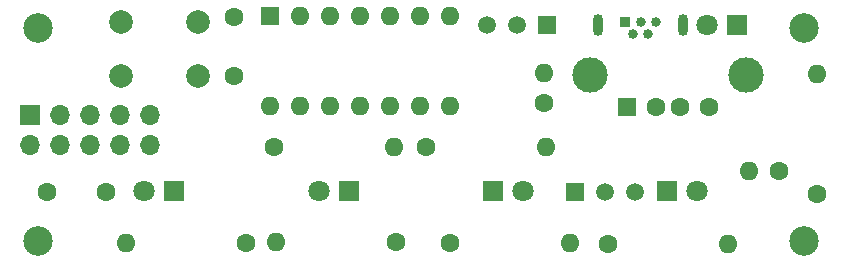
<source format=gbr>
%TF.GenerationSoftware,KiCad,Pcbnew,(6.0.1)*%
%TF.CreationDate,2023-12-09T23:38:51-08:00*%
%TF.ProjectId,BonkDaddyBoard,426f6e6b-4461-4646-9479-426f6172642e,1.2*%
%TF.SameCoordinates,Original*%
%TF.FileFunction,Soldermask,Bot*%
%TF.FilePolarity,Negative*%
%FSLAX46Y46*%
G04 Gerber Fmt 4.6, Leading zero omitted, Abs format (unit mm)*
G04 Created by KiCad (PCBNEW (6.0.1)) date 2023-12-09 23:38:51*
%MOMM*%
%LPD*%
G01*
G04 APERTURE LIST*
%ADD10R,0.840000X0.840000*%
%ADD11C,0.840000*%
%ADD12O,0.850000X1.850000*%
%ADD13C,2.500000*%
%ADD14C,2.000000*%
%ADD15R,1.800000X1.800000*%
%ADD16C,1.800000*%
%ADD17R,1.600000X1.500000*%
%ADD18C,1.600000*%
%ADD19C,3.000000*%
%ADD20R,1.700000X1.700000*%
%ADD21O,1.700000X1.700000*%
%ADD22O,1.600000X1.600000*%
%ADD23R,1.500000X1.500000*%
%ADD24C,1.500000*%
%ADD25R,1.600000X1.600000*%
G04 APERTURE END LIST*
D10*
%TO.C,J2*%
X102700000Y-52500000D03*
D11*
X103350000Y-53500000D03*
X104000000Y-52500000D03*
X104650000Y-53500000D03*
X105300000Y-52500000D03*
D12*
X100425000Y-52720000D03*
X107575000Y-52720000D03*
%TD*%
D13*
%TO.C,H1*%
X53000000Y-53000000D03*
%TD*%
%TO.C,H2*%
X117800000Y-53000000D03*
%TD*%
%TO.C,H3*%
X53000000Y-71000000D03*
%TD*%
%TO.C,H4*%
X117800000Y-71000000D03*
%TD*%
D14*
%TO.C,SW1*%
X66500000Y-52500000D03*
X60000000Y-52500000D03*
X60000000Y-57000000D03*
X66500000Y-57000000D03*
%TD*%
D15*
%TO.C,D1*%
X106280000Y-66750000D03*
D16*
X108820000Y-66750000D03*
%TD*%
D15*
%TO.C,D2*%
X112200000Y-52750000D03*
D16*
X109660000Y-52750000D03*
%TD*%
D15*
%TO.C,D3*%
X91510000Y-66750000D03*
D16*
X94050000Y-66750000D03*
%TD*%
D15*
%TO.C,D5*%
X79290000Y-66750000D03*
D16*
X76750000Y-66750000D03*
%TD*%
D15*
%TO.C,D4*%
X64520000Y-66750000D03*
D16*
X61980000Y-66750000D03*
%TD*%
D17*
%TO.C,J3*%
X102825000Y-59695000D03*
D18*
X105325000Y-59695000D03*
X107325000Y-59695000D03*
X109825000Y-59695000D03*
D19*
X112895000Y-56985000D03*
X99755000Y-56985000D03*
%TD*%
D20*
%TO.C,J1*%
X52325000Y-60325000D03*
D21*
X52325000Y-62865000D03*
X54865000Y-60325000D03*
X54865000Y-62865000D03*
X57405000Y-60325000D03*
X57405000Y-62865000D03*
X59945000Y-60325000D03*
X59945000Y-62865000D03*
X62485000Y-60325000D03*
X62485000Y-62865000D03*
%TD*%
D18*
%TO.C,R1*%
X101245000Y-71225000D03*
D22*
X111405000Y-71225000D03*
%TD*%
D18*
%TO.C,R2*%
X70580000Y-71175000D03*
D22*
X60420000Y-71175000D03*
%TD*%
D18*
%TO.C,R3*%
X95800000Y-59320000D03*
D22*
X95800000Y-56780000D03*
%TD*%
D18*
%TO.C,R4*%
X87895000Y-71175000D03*
D22*
X98055000Y-71175000D03*
%TD*%
D18*
%TO.C,R5*%
X83255000Y-71075000D03*
D22*
X73095000Y-71075000D03*
%TD*%
D18*
%TO.C,R6*%
X85845000Y-63000000D03*
D22*
X96005000Y-63000000D03*
%TD*%
D18*
%TO.C,R8*%
X118975000Y-67005000D03*
D22*
X118975000Y-56845000D03*
%TD*%
D18*
%TO.C,R9*%
X73000000Y-63000000D03*
D22*
X83160000Y-63000000D03*
%TD*%
D18*
%TO.C,C1*%
X69600000Y-52025000D03*
X69600000Y-57025000D03*
%TD*%
%TO.C,R7*%
X115700000Y-65050000D03*
D22*
X113160000Y-65050000D03*
%TD*%
D18*
%TO.C,C3*%
X58750000Y-66850000D03*
X53750000Y-66850000D03*
%TD*%
D23*
%TO.C,Q3*%
X96050000Y-52675000D03*
D24*
X93510000Y-52675000D03*
X90970000Y-52675000D03*
%TD*%
D25*
%TO.C,U1*%
X72635000Y-51930000D03*
D22*
X75175000Y-51930000D03*
X77715000Y-51930000D03*
X80255000Y-51930000D03*
X82795000Y-51930000D03*
X85335000Y-51930000D03*
X87875000Y-51930000D03*
X87875000Y-59550000D03*
X85335000Y-59550000D03*
X82795000Y-59550000D03*
X80255000Y-59550000D03*
X77715000Y-59550000D03*
X75175000Y-59550000D03*
X72635000Y-59550000D03*
%TD*%
D23*
%TO.C,Q4*%
X98460000Y-66835000D03*
D24*
X101000000Y-66835000D03*
X103540000Y-66835000D03*
%TD*%
M02*

</source>
